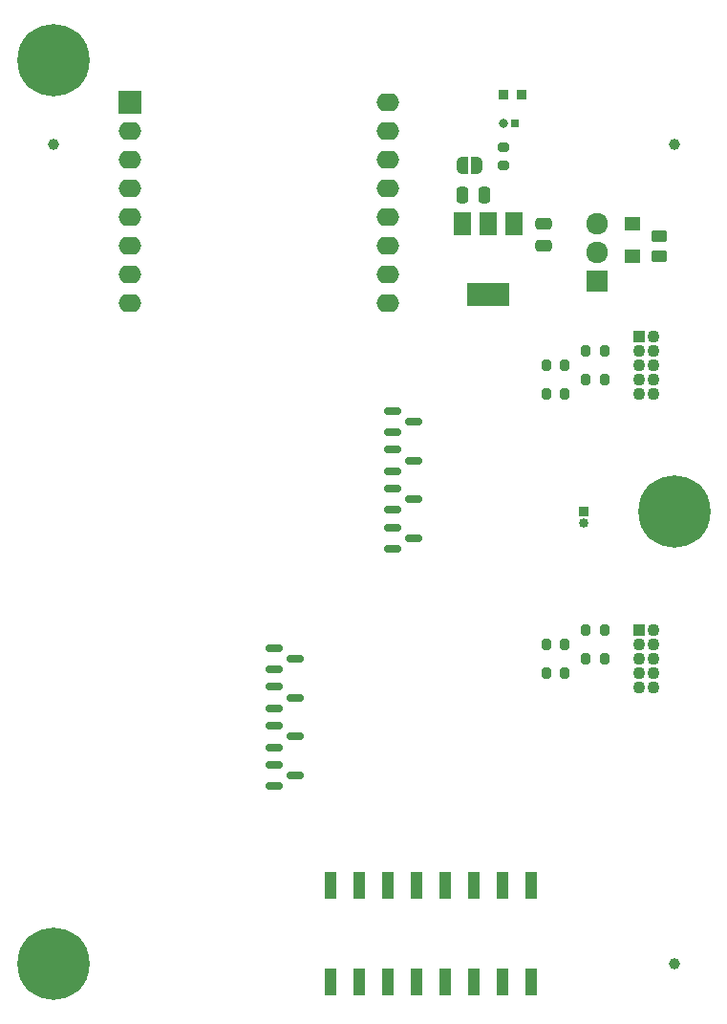
<source format=gbr>
%TF.GenerationSoftware,KiCad,Pcbnew,(6.0.10)*%
%TF.CreationDate,2023-01-10T11:19:31-08:00*%
%TF.ProjectId,we_ssr_control,77655f73-7372-45f6-936f-6e74726f6c2e,0.0.9*%
%TF.SameCoordinates,PX2faf080PY8583b00*%
%TF.FileFunction,Soldermask,Top*%
%TF.FilePolarity,Negative*%
%FSLAX46Y46*%
G04 Gerber Fmt 4.6, Leading zero omitted, Abs format (unit mm)*
G04 Created by KiCad (PCBNEW (6.0.10)) date 2023-01-10 11:19:31*
%MOMM*%
%LPD*%
G01*
G04 APERTURE LIST*
G04 Aperture macros list*
%AMRoundRect*
0 Rectangle with rounded corners*
0 $1 Rounding radius*
0 $2 $3 $4 $5 $6 $7 $8 $9 X,Y pos of 4 corners*
0 Add a 4 corners polygon primitive as box body*
4,1,4,$2,$3,$4,$5,$6,$7,$8,$9,$2,$3,0*
0 Add four circle primitives for the rounded corners*
1,1,$1+$1,$2,$3*
1,1,$1+$1,$4,$5*
1,1,$1+$1,$6,$7*
1,1,$1+$1,$8,$9*
0 Add four rect primitives between the rounded corners*
20,1,$1+$1,$2,$3,$4,$5,0*
20,1,$1+$1,$4,$5,$6,$7,0*
20,1,$1+$1,$6,$7,$8,$9,0*
20,1,$1+$1,$8,$9,$2,$3,0*%
%AMFreePoly0*
4,1,22,0.500000,-0.750000,0.000000,-0.750000,0.000000,-0.745033,-0.079941,-0.743568,-0.215256,-0.701293,-0.333266,-0.622738,-0.424486,-0.514219,-0.481581,-0.384460,-0.499164,-0.250000,-0.500000,-0.250000,-0.500000,0.250000,-0.499164,0.250000,-0.499963,0.256109,-0.478152,0.396186,-0.417904,0.524511,-0.324060,0.630769,-0.204165,0.706417,-0.067858,0.745374,0.000000,0.744959,0.000000,0.750000,
0.500000,0.750000,0.500000,-0.750000,0.500000,-0.750000,$1*%
%AMFreePoly1*
4,1,20,0.000000,0.744959,0.073905,0.744508,0.209726,0.703889,0.328688,0.626782,0.421226,0.519385,0.479903,0.390333,0.500000,0.250000,0.500000,-0.250000,0.499851,-0.262216,0.476331,-0.402017,0.414519,-0.529596,0.319384,-0.634700,0.198574,-0.708877,0.061801,-0.746166,0.000000,-0.745033,0.000000,-0.750000,-0.500000,-0.750000,-0.500000,0.750000,0.000000,0.750000,0.000000,0.744959,
0.000000,0.744959,$1*%
G04 Aperture macros list end*
%ADD10R,1.090000X1.090000*%
%ADD11C,1.090000*%
%ADD12RoundRect,0.200000X-0.200000X-0.275000X0.200000X-0.275000X0.200000X0.275000X-0.200000X0.275000X0*%
%ADD13R,1.920000X1.920000*%
%ADD14C,1.920000*%
%ADD15FreePoly0,0.000000*%
%ADD16FreePoly1,0.000000*%
%ADD17RoundRect,0.150000X-0.587500X-0.150000X0.587500X-0.150000X0.587500X0.150000X-0.587500X0.150000X0*%
%ADD18RoundRect,0.200000X0.275000X-0.200000X0.275000X0.200000X-0.275000X0.200000X-0.275000X-0.200000X0*%
%ADD19R,0.850000X0.850000*%
%ADD20O,0.850000X0.850000*%
%ADD21R,0.800000X0.800000*%
%ADD22C,0.800000*%
%ADD23RoundRect,0.250000X0.450000X-0.262500X0.450000X0.262500X-0.450000X0.262500X-0.450000X-0.262500X0*%
%ADD24C,1.000000*%
%ADD25RoundRect,0.250000X-0.250000X-0.475000X0.250000X-0.475000X0.250000X0.475000X-0.250000X0.475000X0*%
%ADD26RoundRect,0.250000X-0.475000X0.250000X-0.475000X-0.250000X0.475000X-0.250000X0.475000X0.250000X0*%
%ADD27R,0.900000X0.950000*%
%ADD28C,6.400000*%
%ADD29R,1.400000X1.300000*%
%ADD30R,1.500000X2.000000*%
%ADD31R,3.800000X2.000000*%
%ADD32R,1.130000X2.440000*%
%ADD33R,2.000000X2.000000*%
%ADD34O,2.000000X1.600000*%
G04 APERTURE END LIST*
D10*
%TO.C,JCNTL1*%
X56865000Y60540000D03*
D11*
X58135000Y60540000D03*
X56865000Y59270000D03*
X58135000Y59270000D03*
X56865000Y58000000D03*
X58135000Y58000000D03*
X56865000Y56730000D03*
X58135000Y56730000D03*
X56865000Y55460000D03*
X58135000Y55460000D03*
%TD*%
D10*
%TO.C,JCNTL2*%
X56865000Y34540000D03*
D11*
X58135000Y34540000D03*
X56865000Y33270000D03*
X58135000Y33270000D03*
X56865000Y32000000D03*
X58135000Y32000000D03*
X56865000Y30730000D03*
X58135000Y30730000D03*
X56865000Y29460000D03*
X58135000Y29460000D03*
%TD*%
D12*
%TO.C,RS8*%
X52175000Y34540000D03*
X53825000Y34540000D03*
%TD*%
D13*
%TO.C,Q1*%
X53200000Y65420000D03*
D14*
X53200000Y67960000D03*
X53200000Y70500000D03*
%TD*%
D15*
%TO.C,JP1*%
X41250000Y75650000D03*
D16*
X42550000Y75650000D03*
%TD*%
D17*
%TO.C,QD5*%
X24562500Y22600000D03*
X24562500Y20700000D03*
X26437500Y21650000D03*
%TD*%
D12*
%TO.C,RS5*%
X48675000Y30720000D03*
X50325000Y30720000D03*
%TD*%
D18*
%TO.C,RL1*%
X44900000Y75650000D03*
X44900000Y77300000D03*
%TD*%
D19*
%TO.C,JS2*%
X52000000Y45000000D03*
D20*
X52000000Y44000000D03*
%TD*%
D21*
%TO.C,JL1*%
X45900000Y79400000D03*
D22*
X44900000Y79400000D03*
%TD*%
D23*
%TO.C,RP1*%
X58650000Y67600000D03*
X58650000Y69425000D03*
%TD*%
D12*
%TO.C,RS6*%
X52175000Y32000000D03*
X53825000Y32000000D03*
%TD*%
D17*
%TO.C,QD1*%
X35062500Y53950000D03*
X35062500Y52050000D03*
X36937500Y53000000D03*
%TD*%
D24*
%TO.C,FID1*%
X5000000Y77500000D03*
%TD*%
D25*
%TO.C,C2*%
X41250000Y73050000D03*
X43150000Y73050000D03*
%TD*%
D17*
%TO.C,QD7*%
X24562500Y29500000D03*
X24562500Y27600000D03*
X26437500Y28550000D03*
%TD*%
D26*
%TO.C,C1*%
X48450000Y70500000D03*
X48450000Y68600000D03*
%TD*%
D27*
%TO.C,LED1*%
X46500000Y81950000D03*
X44900000Y81950000D03*
%TD*%
D12*
%TO.C,RS1*%
X52175000Y59270000D03*
X53825000Y59270000D03*
%TD*%
%TO.C,RS3*%
X52175000Y56730000D03*
X53825000Y56730000D03*
%TD*%
D22*
%TO.C,H3*%
X62400000Y45000000D03*
X60000000Y47400000D03*
X61697056Y46697056D03*
X57600000Y45000000D03*
X58302944Y43302944D03*
X58302944Y46697056D03*
X60000000Y42600000D03*
D28*
X60000000Y45000000D03*
D22*
X61697056Y43302944D03*
%TD*%
D17*
%TO.C,QD2*%
X35062500Y50500000D03*
X35062500Y48600000D03*
X36937500Y49550000D03*
%TD*%
D12*
%TO.C,RS2*%
X48675000Y58000000D03*
X50325000Y58000000D03*
%TD*%
D17*
%TO.C,QD6*%
X24562500Y26050000D03*
X24562500Y24150000D03*
X26437500Y25100000D03*
%TD*%
%TO.C,QD3*%
X35062500Y47050000D03*
X35062500Y45150000D03*
X36937500Y46100000D03*
%TD*%
D29*
%TO.C,ZD1*%
X56300000Y70500000D03*
X56300000Y67600000D03*
%TD*%
D24*
%TO.C,FID2*%
X60000000Y77500000D03*
%TD*%
D30*
%TO.C,REG1*%
X45850000Y70500000D03*
X43550000Y70500000D03*
X41250000Y70500000D03*
D31*
X43550000Y64200000D03*
%TD*%
D12*
%TO.C,RS7*%
X48675000Y33270000D03*
X50325000Y33270000D03*
%TD*%
%TO.C,RS4*%
X48675000Y55460000D03*
X50325000Y55460000D03*
%TD*%
D22*
%TO.C,H2*%
X5000000Y2600000D03*
X5000000Y7400000D03*
X6697056Y3302944D03*
D28*
X5000000Y5000000D03*
D22*
X3302944Y6697056D03*
X6697056Y6697056D03*
X2600000Y5000000D03*
X7400000Y5000000D03*
X3302944Y3302944D03*
%TD*%
D17*
%TO.C,QD8*%
X24562500Y32950000D03*
X24562500Y31050000D03*
X26437500Y32000000D03*
%TD*%
D32*
%TO.C,S1*%
X29600000Y3350000D03*
X32140000Y3350000D03*
X34680000Y3350000D03*
X37220000Y3350000D03*
X39760000Y3350000D03*
X42300000Y3350000D03*
X44840000Y3350000D03*
X47380000Y3350000D03*
X47380000Y11950000D03*
X44840000Y11950000D03*
X42300000Y11950000D03*
X39760000Y11950000D03*
X37220000Y11950000D03*
X34680000Y11950000D03*
X32140000Y11950000D03*
X29600000Y11950000D03*
%TD*%
D24*
%TO.C,FID3*%
X60000000Y5000000D03*
%TD*%
D17*
%TO.C,QD4*%
X35062500Y43600000D03*
X35062500Y41700000D03*
X36937500Y42650000D03*
%TD*%
D33*
%TO.C,U1*%
X11750000Y81250000D03*
D34*
X11750000Y78710000D03*
X11750000Y76170000D03*
X11750000Y73630000D03*
X11750000Y71090000D03*
X11750000Y68550000D03*
X11750000Y66010000D03*
X11750000Y63470000D03*
X34610000Y63470000D03*
X34610000Y66010000D03*
X34610000Y68550000D03*
X34610000Y71090000D03*
X34610000Y73630000D03*
X34610000Y76170000D03*
X34610000Y78710000D03*
X34610000Y81250000D03*
%TD*%
D22*
%TO.C,H1*%
X7400000Y85000000D03*
X3302944Y86697056D03*
X2600000Y85000000D03*
X5000000Y82600000D03*
X3302944Y83302944D03*
D28*
X5000000Y85000000D03*
D22*
X6697056Y83302944D03*
X6697056Y86697056D03*
X5000000Y87400000D03*
%TD*%
M02*

</source>
